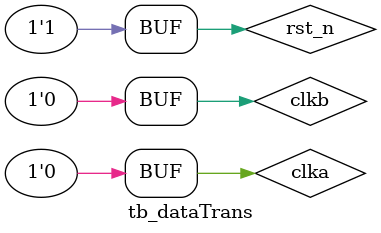
<source format=v>
module tb_dataTrans;

reg clka, clkb;
reg rst_n;

localparam CLK_Ta = 10;
localparam CLK_Tb = 20;

wire connect_req, connect_ack;
wire [3:0] connect_data;
data_sender sender1(
    .clka(clka),
    .rst_n(rst_n),

    .data_ack(connect_ack),
    .data_req(connect_req),
    .data(connect_data)
);

data_receiver receiver1(
    .clkb(clkb),
    .rst_n(rst_n),

    .data_req(connect_req),
    .data_ack(connect_ack),
    .data(connect_data)
);

initial begin
    rst_n = 'b0;
    # 1;
    rst_n = 'b1;

    repeat(24) begin
       

    end

    //$stop;
end

always begin  
    clka = 1;  
    #(CLK_Ta/2) ;
    clka = 0;  
    #(CLK_Ta/2) ;
end
always begin  
    clkb = 1;  
    #(CLK_Tb/2) ;
    clkb = 0;  
    #(CLK_Tb/2) ;
end

endmodule //tb_dataTrans

//  vlog .\tb_dataTrans.v ..\..\VerilogRTL\024TranShandshake\data_receiver.v ..\..\VerilogRTL\024TranShandshake\data_sender.v

</source>
